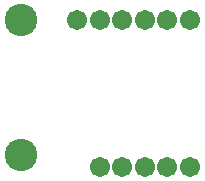
<source format=gbs>
G04 DipTrace 3.0.0.2*
G04 crowbar.GBS*
%MOMM*%
G04 #@! TF.FileFunction,Soldermask,Bot*
G04 #@! TF.Part,Single*
%ADD26C,1.7032*%
%ADD28C,2.7432*%
%FSLAX35Y35*%
G04*
G71*
G90*
G75*
G01*
G04 BotMask*
%LPD*%
D28*
X2334260Y1254760D3*
Y2397760D3*
D26*
X2810510D3*
X3001010D3*
X3191510D3*
X3382010D3*
X3572510D3*
X3763010D3*
X3001010Y1159510D3*
X3191510D3*
X3382010D3*
X3572510D3*
X3763010D3*
M02*

</source>
